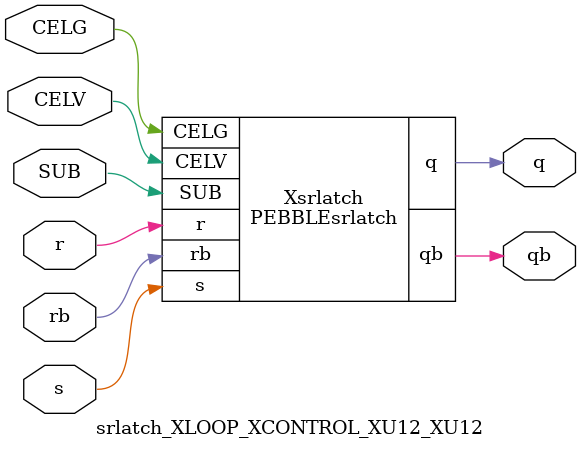
<source format=v>



module PEBBLEsrlatch ( q, qb, CELG, CELV, SUB, r, rb, s );

  input CELV;
  input s;
  output q;
  input rb;
  input r;
  input SUB;
  input CELG;
  output qb;
endmodule

//Celera Confidential Do Not Copy srlatch_XLOOP_XCONTROL_XU12_XU12
//Celera Confidential Symbol Generator
//SR Latch
module srlatch_XLOOP_XCONTROL_XU12_XU12 (CELV,CELG,s,r,rb,q,qb,SUB);
input CELV;
input CELG;
input s;
input r;
input rb;
input SUB;
output q;
output qb;

//Celera Confidential Do Not Copy srlatch
PEBBLEsrlatch Xsrlatch(
.CELV (CELV),
.r (r),
.s (s),
.q (q),
.qb (qb),
.rb (rb),
.SUB (SUB),
.CELG (CELG)
);
//,diesize,PEBBLEsrlatch

//Celera Confidential Do Not Copy Module End
//Celera Schematic Generator
endmodule

</source>
